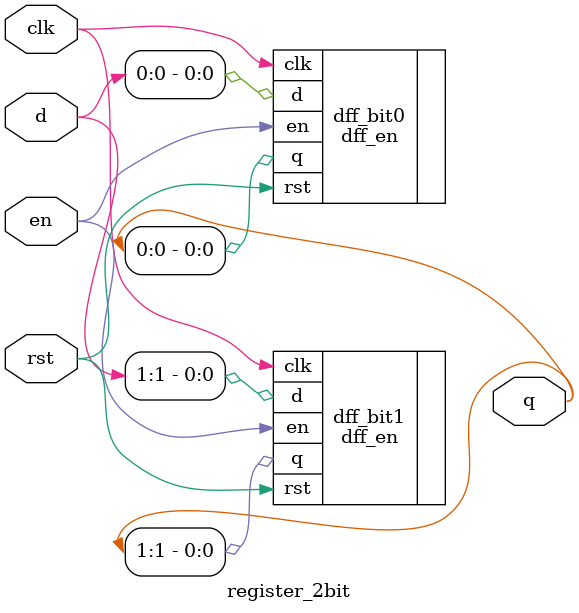
<source format=v>
module register_2bit(input [1:0] d,
   	 	     input clk,
                     input rst,
                     input en,
                     output [1:0] q);

dff_en dff_bit0(.q(q[0]),.d(d[0]),.clk(clk),.rst(rst),.en(en));
dff_en dff_bit1(.q(q[1]),.d(d[1]),.clk(clk),.rst(rst),.en(en));
endmodule

</source>
